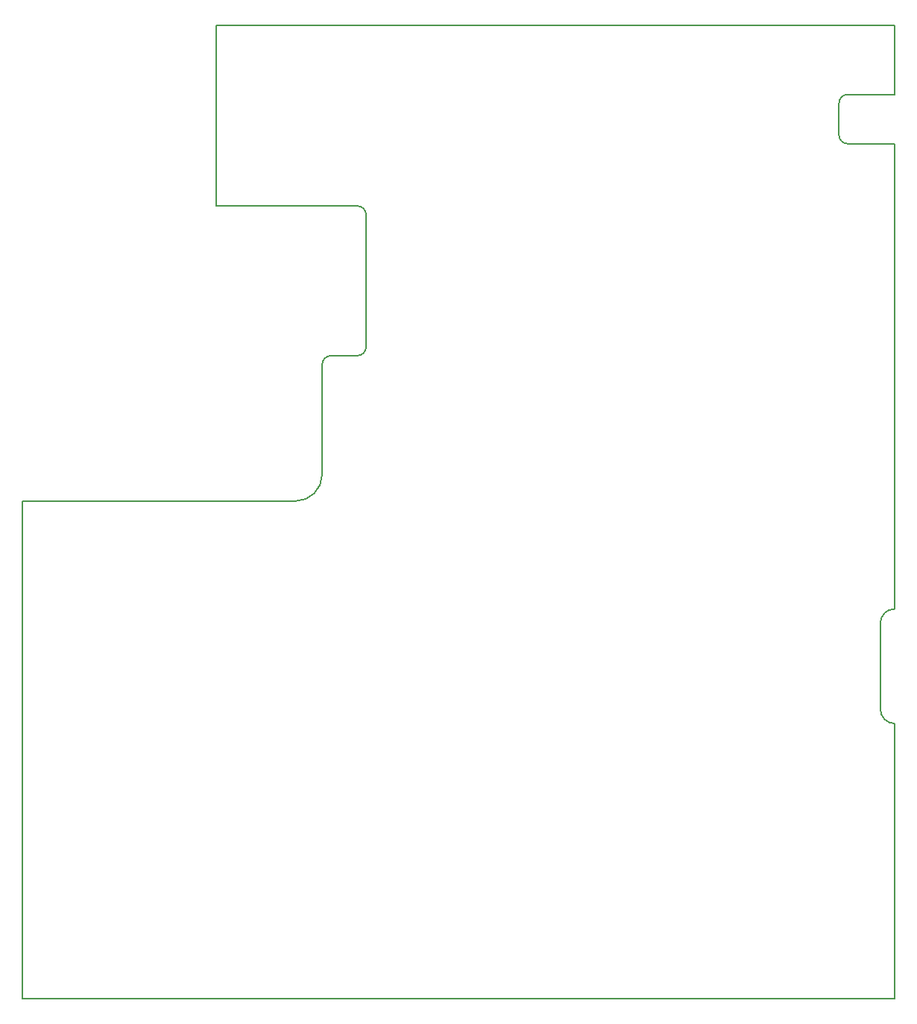
<source format=gbr>
G04 #@! TF.GenerationSoftware,KiCad,Pcbnew,5.1.5-52549c5~86~ubuntu18.04.1*
G04 #@! TF.CreationDate,2020-04-03T22:47:33+02:00*
G04 #@! TF.ProjectId,7001-ventilator_mainboard,37303031-2d76-4656-9e74-696c61746f72,2.0*
G04 #@! TF.SameCoordinates,Original*
G04 #@! TF.FileFunction,Profile,NP*
%FSLAX46Y46*%
G04 Gerber Fmt 4.6, Leading zero omitted, Abs format (unit mm)*
G04 Created by KiCad (PCBNEW 5.1.5-52549c5~86~ubuntu18.04.1) date 2020-04-03 22:47:33*
%MOMM*%
%LPD*%
G04 APERTURE LIST*
%ADD10C,0.200000*%
G04 APERTURE END LIST*
D10*
X100000000Y-149800000D02*
X100000000Y-138000000D01*
X97000000Y-153500000D02*
X66000000Y-153500000D01*
X163400000Y-177150000D02*
X163400000Y-167350000D01*
X165000000Y-178750000D02*
X165000000Y-210000000D01*
X165000000Y-178750000D02*
G75*
G02X163400000Y-177150000I0J1600000D01*
G01*
X163400000Y-167350000D02*
G75*
G02X165000000Y-165750000I1600000J0D01*
G01*
X100000000Y-150500000D02*
X100000000Y-149800000D01*
X101000000Y-137000000D02*
X104000000Y-137000000D01*
X105000000Y-136000000D02*
G75*
G02X104000000Y-137000000I-1000000J0D01*
G01*
X104000000Y-120000000D02*
X88000000Y-120000000D01*
X100000000Y-150500000D02*
G75*
G02X97000000Y-153500000I-3000000J0D01*
G01*
X100000000Y-138000000D02*
G75*
G02X101000000Y-137000000I1000000J0D01*
G01*
X88000000Y-120000000D02*
X88000000Y-99500000D01*
X105000000Y-136000000D02*
X105000000Y-121000000D01*
X104000000Y-120000000D02*
G75*
G02X105000000Y-121000000I0J-1000000D01*
G01*
X66000000Y-210000000D02*
X66000000Y-153500000D01*
X165000000Y-112940000D02*
X159700000Y-112940000D01*
X165000000Y-112940000D02*
X165000000Y-165750000D01*
X158700000Y-108340000D02*
G75*
G02X159700000Y-107340000I1000000J0D01*
G01*
X159700000Y-112940000D02*
G75*
G02X158700000Y-111940000I0J1000000D01*
G01*
X159700000Y-107340000D02*
X165000000Y-107340000D01*
X158700000Y-108340000D02*
X158700000Y-111940000D01*
X165000000Y-99500000D02*
X165000000Y-107340000D01*
X88000000Y-99500000D02*
X165000000Y-99500000D01*
X66000000Y-210000000D02*
X165000000Y-210000000D01*
M02*

</source>
